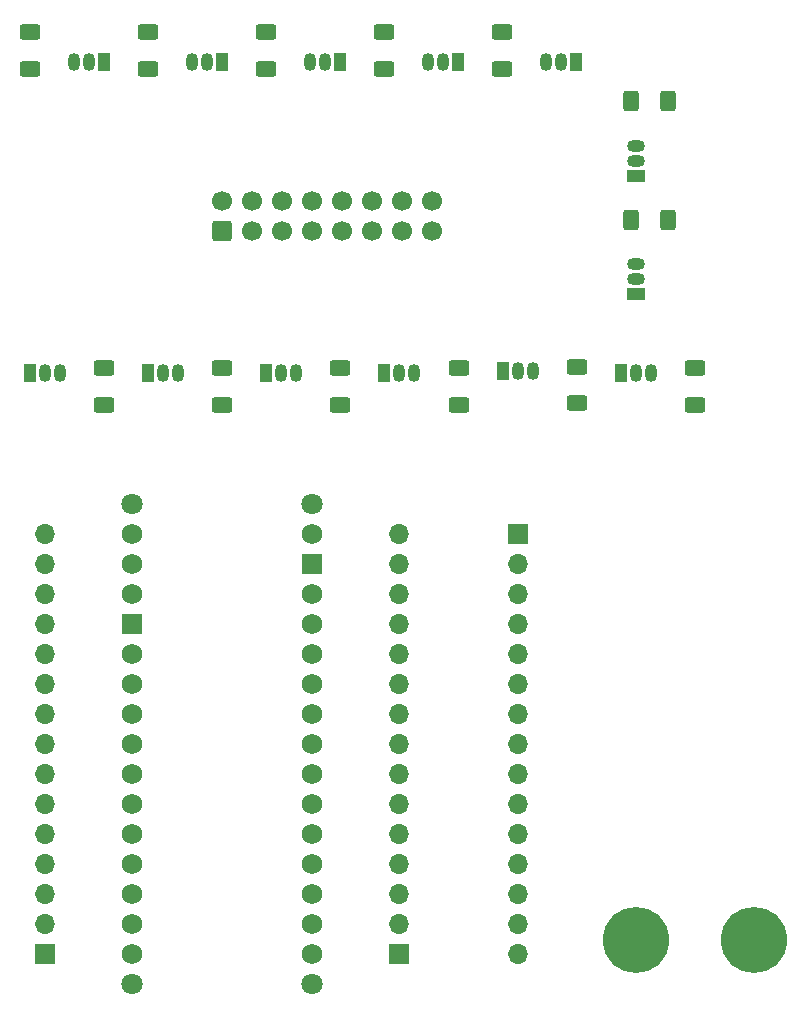
<source format=gbr>
%TF.GenerationSoftware,KiCad,Pcbnew,7.0.6*%
%TF.CreationDate,2023-12-03T11:12:56+09:00*%
%TF.ProjectId,skku-bus,736b6b75-2d62-4757-932e-6b696361645f,rev?*%
%TF.SameCoordinates,Original*%
%TF.FileFunction,Soldermask,Top*%
%TF.FilePolarity,Negative*%
%FSLAX46Y46*%
G04 Gerber Fmt 4.6, Leading zero omitted, Abs format (unit mm)*
G04 Created by KiCad (PCBNEW 7.0.6) date 2023-12-03 11:12:56*
%MOMM*%
%LPD*%
G01*
G04 APERTURE LIST*
G04 Aperture macros list*
%AMRoundRect*
0 Rectangle with rounded corners*
0 $1 Rounding radius*
0 $2 $3 $4 $5 $6 $7 $8 $9 X,Y pos of 4 corners*
0 Add a 4 corners polygon primitive as box body*
4,1,4,$2,$3,$4,$5,$6,$7,$8,$9,$2,$3,0*
0 Add four circle primitives for the rounded corners*
1,1,$1+$1,$2,$3*
1,1,$1+$1,$4,$5*
1,1,$1+$1,$6,$7*
1,1,$1+$1,$8,$9*
0 Add four rect primitives between the rounded corners*
20,1,$1+$1,$2,$3,$4,$5,0*
20,1,$1+$1,$4,$5,$6,$7,0*
20,1,$1+$1,$6,$7,$8,$9,0*
20,1,$1+$1,$8,$9,$2,$3,0*%
G04 Aperture macros list end*
%ADD10O,1.700000X1.700000*%
%ADD11R,1.700000X1.700000*%
%ADD12RoundRect,0.250000X-0.625000X0.400000X-0.625000X-0.400000X0.625000X-0.400000X0.625000X0.400000X0*%
%ADD13RoundRect,0.250000X0.625000X-0.400000X0.625000X0.400000X-0.625000X0.400000X-0.625000X-0.400000X0*%
%ADD14RoundRect,0.250000X0.400000X0.625000X-0.400000X0.625000X-0.400000X-0.625000X0.400000X-0.625000X0*%
%ADD15O,1.050000X1.500000*%
%ADD16R,1.050000X1.500000*%
%ADD17R,1.500000X1.050000*%
%ADD18O,1.500000X1.050000*%
%ADD19RoundRect,0.250000X0.600000X-0.600000X0.600000X0.600000X-0.600000X0.600000X-0.600000X-0.600000X0*%
%ADD20C,1.700000*%
%ADD21C,3.600000*%
%ADD22C,5.600000*%
%ADD23C,1.800000*%
%ADD24C,1.727200*%
%ADD25R,1.727200X1.727200*%
G04 APERTURE END LIST*
D10*
%TO.C,J4*%
X125000000Y-146190000D03*
X125000000Y-143650000D03*
X125000000Y-141110000D03*
X125000000Y-138570000D03*
X125000000Y-136030000D03*
X125000000Y-133490000D03*
X125000000Y-130950000D03*
X125000000Y-128410000D03*
X125000000Y-125870000D03*
X125000000Y-123330000D03*
X125000000Y-120790000D03*
X125000000Y-118250000D03*
X125000000Y-115710000D03*
X125000000Y-113170000D03*
D11*
X125000000Y-110630000D03*
%TD*%
D12*
%TO.C,R26*%
X113676956Y-68126956D03*
X113676956Y-71226956D03*
%TD*%
%TO.C,R24*%
X103676956Y-71226956D03*
X103676956Y-68126956D03*
%TD*%
D13*
%TO.C,R22*%
X130000000Y-99550000D03*
X130000000Y-96450000D03*
%TD*%
%TO.C,R20*%
X140000000Y-99700000D03*
X140000000Y-96600000D03*
%TD*%
D12*
%TO.C,R18*%
X123676956Y-71226956D03*
X123676956Y-68126956D03*
%TD*%
D14*
%TO.C,R16*%
X137700000Y-84000000D03*
X134600000Y-84000000D03*
%TD*%
%TO.C,R14*%
X137700000Y-74000000D03*
X134600000Y-74000000D03*
%TD*%
D12*
%TO.C,R12*%
X93676956Y-71226956D03*
X93676956Y-68126956D03*
%TD*%
D13*
%TO.C,R10*%
X110000000Y-96600000D03*
X110000000Y-99700000D03*
%TD*%
%TO.C,R8*%
X120000000Y-96600000D03*
X120000000Y-99700000D03*
%TD*%
%TO.C,R6*%
X100000000Y-99700000D03*
X100000000Y-96600000D03*
%TD*%
%TO.C,R4*%
X90000000Y-96600000D03*
X90000000Y-99700000D03*
%TD*%
D12*
%TO.C,R2*%
X83676956Y-71226956D03*
X83676956Y-68126956D03*
%TD*%
D15*
%TO.C,Q13*%
X117406956Y-70676956D03*
X118676956Y-70676956D03*
D16*
X119946956Y-70676956D03*
%TD*%
D15*
%TO.C,Q12*%
X107406956Y-70676956D03*
X108676956Y-70676956D03*
D16*
X109946956Y-70676956D03*
%TD*%
%TO.C,Q11*%
X123730000Y-96850000D03*
D15*
X125000000Y-96850000D03*
X126270000Y-96850000D03*
%TD*%
D16*
%TO.C,Q10*%
X133730000Y-97000000D03*
D15*
X135000000Y-97000000D03*
X136270000Y-97000000D03*
%TD*%
%TO.C,Q9*%
X127406956Y-70676956D03*
X128676956Y-70676956D03*
D16*
X129946956Y-70676956D03*
%TD*%
D17*
%TO.C,Q8*%
X135000000Y-90270000D03*
D18*
X135000000Y-89000000D03*
X135000000Y-87730000D03*
%TD*%
D17*
%TO.C,Q7*%
X135000000Y-80270000D03*
D18*
X135000000Y-79000000D03*
X135000000Y-77730000D03*
%TD*%
D16*
%TO.C,Q6*%
X99946956Y-70676956D03*
D15*
X98676956Y-70676956D03*
X97406956Y-70676956D03*
%TD*%
%TO.C,Q5*%
X106270000Y-97000000D03*
X105000000Y-97000000D03*
D16*
X103730000Y-97000000D03*
%TD*%
%TO.C,Q4*%
X113730000Y-97000000D03*
D15*
X115000000Y-97000000D03*
X116270000Y-97000000D03*
%TD*%
D16*
%TO.C,Q3*%
X93730000Y-97000000D03*
D15*
X95000000Y-97000000D03*
X96270000Y-97000000D03*
%TD*%
%TO.C,Q2*%
X86270000Y-97000000D03*
X85000000Y-97000000D03*
D16*
X83730000Y-97000000D03*
%TD*%
%TO.C,Q1*%
X89946956Y-70676956D03*
D15*
X88676956Y-70676956D03*
X87406956Y-70676956D03*
%TD*%
D11*
%TO.C,J3*%
X85000000Y-146190000D03*
D10*
X85000000Y-143650000D03*
X85000000Y-141110000D03*
X85000000Y-138570000D03*
X85000000Y-136030000D03*
X85000000Y-133490000D03*
X85000000Y-130950000D03*
X85000000Y-128410000D03*
X85000000Y-125870000D03*
X85000000Y-123330000D03*
X85000000Y-120790000D03*
X85000000Y-118250000D03*
X85000000Y-115710000D03*
X85000000Y-113170000D03*
X85000000Y-110630000D03*
%TD*%
D11*
%TO.C,J2*%
X115000000Y-146190000D03*
D10*
X115000000Y-143650000D03*
X115000000Y-141110000D03*
X115000000Y-138570000D03*
X115000000Y-136030000D03*
X115000000Y-133490000D03*
X115000000Y-130950000D03*
X115000000Y-128410000D03*
X115000000Y-125870000D03*
X115000000Y-123330000D03*
X115000000Y-120790000D03*
X115000000Y-118250000D03*
X115000000Y-115710000D03*
X115000000Y-113170000D03*
X115000000Y-110630000D03*
%TD*%
D19*
%TO.C,J1*%
X100000000Y-85000000D03*
D20*
X100000000Y-82460000D03*
X102540000Y-85000000D03*
X102540000Y-82460000D03*
X105080000Y-85000000D03*
X105080000Y-82460000D03*
X107620000Y-85000000D03*
X107620000Y-82460000D03*
X110160000Y-85000000D03*
X110160000Y-82460000D03*
X112700000Y-85000000D03*
X112700000Y-82460000D03*
X115240000Y-85000000D03*
X115240000Y-82460000D03*
X117780000Y-85000000D03*
X117780000Y-82460000D03*
%TD*%
D21*
%TO.C,H2*%
X145000000Y-145000000D03*
D22*
X145000000Y-145000000D03*
%TD*%
D21*
%TO.C,H1*%
X135000000Y-145000000D03*
D22*
X135000000Y-145000000D03*
%TD*%
D23*
%TO.C,A1*%
X92380000Y-148730000D03*
X107620000Y-108090000D03*
X107620000Y-148730000D03*
X92380000Y-108090000D03*
D24*
X107620000Y-143650000D03*
X107620000Y-118250000D03*
X107620000Y-138570000D03*
X107620000Y-136030000D03*
X107620000Y-133490000D03*
X107620000Y-130950000D03*
X107620000Y-128410000D03*
X107620000Y-125870000D03*
X107620000Y-123330000D03*
X107620000Y-120790000D03*
X107620000Y-141110000D03*
X92380000Y-113170000D03*
X92380000Y-110630000D03*
X92380000Y-120790000D03*
X92380000Y-123330000D03*
X92380000Y-125870000D03*
X92380000Y-128410000D03*
X92380000Y-130950000D03*
X92380000Y-133490000D03*
X92380000Y-136030000D03*
X92380000Y-138570000D03*
X92380000Y-141110000D03*
X92380000Y-143650000D03*
X92380000Y-146190000D03*
X107620000Y-146190000D03*
D25*
X92380000Y-118250000D03*
X107620000Y-113170000D03*
D24*
X92380000Y-115710000D03*
X107620000Y-115710000D03*
X107620000Y-110630000D03*
%TD*%
M02*

</source>
